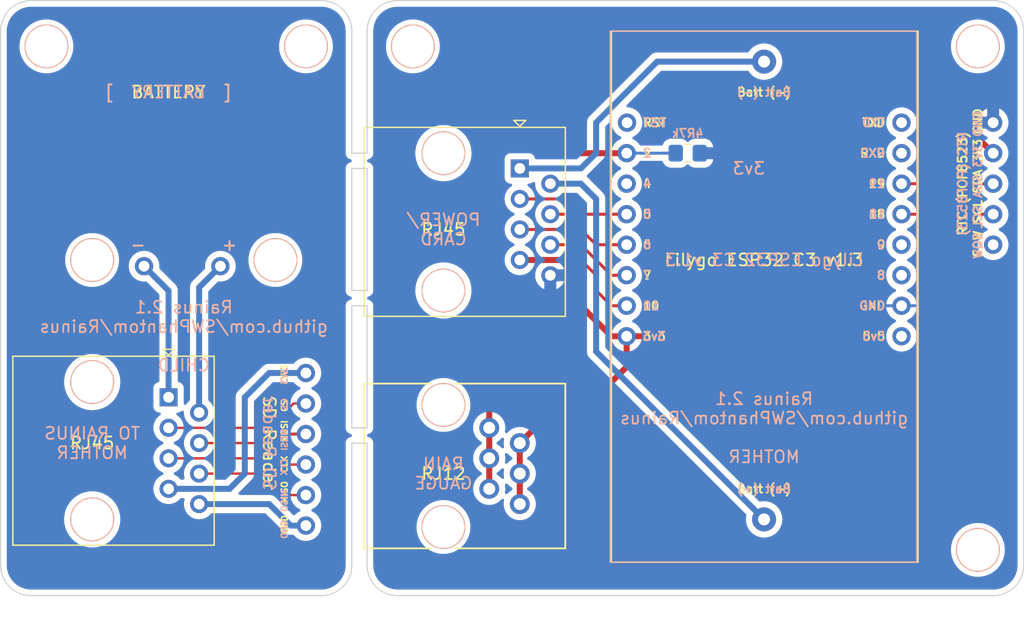
<source format=kicad_pcb>
(kicad_pcb (version 20211014) (generator pcbnew)
  (layers (0 "F.Cu" signal) (31 "B.Cu" signal) (34 "B.Paste" user) (35 "F.Paste" user) (36 "B.SilkS" user "B.Silkscreen") (37 "F.SilkS" user "F.Silkscreen") (38 "B.Mask" user) (39 "F.Mask" user) (44 "Edge.Cuts" user))
  (net 0 "")
  (footprint "" (layer "F.Cu") (at 120.64125 105.9275)
    (fp_text reference "" (at 0 0) (layer "F.SilkS") (effects (font (size 1.27 1.27))))
    (fp_text value "" (at 0 0) (layer "F.SilkS") (effects (font (size 1.27 1.27))))
    (pad "1" thru_hole circle (at 0 0) (size 1.524 1.524) (drill 0.9) (layers *.Cu *.Mask))
  )
  (footprint "footprints:CONN06_MOD-JACK_13P46X16P5_ASM" (layer "F.Cu") (at 138.43 104.14 90)
    (fp_text reference "REF**" hide)
    (fp_text value "CONN06_MOD-JACK_13P46X16P5_ASM")
    (fp_line (start -3.683 -12.976999) (end -3.683 -7.390225) (layer "F.SilkS") (width 0.1524))
    (fp_line (start -3.683 -5.309775) (end -3.683 3.787) (layer "F.SilkS") (width 0.1524))
    (fp_line (start 10.033 -12.976999) (end -3.683 -12.976999) (layer "F.SilkS") (width 0.1524))
    (fp_line (start 10.033 -7.390225) (end 10.033 -12.976999) (layer "F.SilkS") (width 0.1524))
    (fp_line (start -3.683 3.787) (end 10.033 3.787) (layer "F.SilkS") (width 0.1524))
    (fp_line (start 10.033 3.787) (end 10.033 -5.309775) (layer "F.SilkS") (width 0.1524))
    (pad "" np_thru_hole circle (at 8.255 -6.35) (size 3.65 3.65) (drill 3.45) (layers *.Cu *.SilkS *.Mask))
    (pad "" np_thru_hole circle (at -1.905 -6.35) (size 3.65 3.65) (drill 3.45) (layers *.Cu *.SilkS *.Mask))
    (pad "1" thru_hole circle (at 0 0 90) (size 1.651 1.651) (drill 1) (layers *.Cu *.Mask))
    (pad "2" thru_hole circle (at 1.27 -2.54 90) (size 1.651 1.651) (drill 1) (layers *.Cu *.Mask))
    (pad "3" thru_hole circle (at 2.54 0 90) (size 1.651 1.651) (drill 1) (layers *.Cu *.Mask))
    (pad "4" thru_hole circle (at 3.81 -2.54 90) (size 1.651 1.651) (drill 1) (layers *.Cu *.Mask))
    (pad "5" thru_hole circle (at 5.08 0 90) (size 1.651 1.651) (drill 1) (layers *.Cu *.Mask))
    (pad "6" thru_hole circle (at 6.35 -2.54 90) (size 1.651 1.651) (drill 1) (layers *.Cu *.Mask))
  )
  (footprint "clipboard:50623dbf-b44d-46ed-9fa6-c707c9688e8f" (layer "F.Cu") (at 99.06 66.04)
    (fp_text reference "" (at 0 0) (layer "F.SilkS") (effects (font (size 1.27 1.27))))
    (fp_text value "" (at 0 0) (layer "F.SilkS") (effects (font (size 1.27 1.27))))
    (pad "" np_thru_hole circle (at 0 0 270) (size 3.65 3.65) (drill 3.45) (layers *.Cu *.SilkS *.Mask))
  )
  (footprint "" (layer "F.Cu") (at 120.64125 98.3075)
    (fp_text reference "" (at 0 0) (layer "F.SilkS") (effects (font (size 1.27 1.27))))
    (fp_text value "" (at 0 0) (layer "F.SilkS") (effects (font (size 1.27 1.27))))
    (pad "1" thru_hole circle (at 0 0) (size 1.524 1.524) (drill 0.9) (layers *.Cu *.Mask))
  )
  (footprint "" (layer "F.Cu") (at 177.8 72.39)
    (fp_text reference "" (at 0 0) (layer "F.SilkS") (effects (font (size 1.27 1.27))))
    (fp_text value "" (at 0 0) (layer "F.SilkS") (effects (font (size 1.27 1.27))))
    (pad "1" thru_hole circle (at 0 0) (size 1.524 1.524) (drill 0.9) (layers *.Cu *.Mask))
  )
  (footprint "clipboard:50623dbf-b44d-46ed-9fa6-c707c9688e8f" (layer "F.Cu") (at 176.53 66.04)
    (fp_text reference "" (at 0 0) (layer "F.SilkS") (effects (font (size 1.27 1.27))))
    (fp_text value "" (at 0 0) (layer "F.SilkS") (effects (font (size 1.27 1.27))))
    (pad "" np_thru_hole circle (at 0 0 270) (size 3.65 3.65) (drill 3.45) (layers *.Cu *.SilkS *.Mask))
  )
  (footprint "clipboard:50623dbf-b44d-46ed-9fa6-c707c9688e8f" (layer "F.Cu") (at 176.53 107.95)
    (fp_text reference "" (at 0 0) (layer "F.SilkS") (effects (font (size 1.27 1.27))))
    (fp_text value "" (at 0 0) (layer "F.SilkS") (effects (font (size 1.27 1.27))))
    (pad "" np_thru_hole circle (at 0 0 270) (size 3.65 3.65) (drill 3.45) (layers *.Cu *.SilkS *.Mask))
  )
  (footprint "" (layer "F.Cu") (at 120.64125 93.2275)
    (fp_text reference "" (at 0 0) (layer "F.SilkS") (effects (font (size 1.27 1.27))))
    (fp_text value "" (at 0 0) (layer "F.SilkS") (effects (font (size 1.27 1.27))))
    (pad "1" thru_hole circle (at 0 0) (size 1.524 1.524) (drill 0.9) (layers *.Cu *.Mask))
  )
  (footprint "clipboard:50623dbf-b44d-46ed-9fa6-c707c9688e8f" (layer "F.Cu") (at 118.11 83.82)
    (fp_text reference "" (at 0 0) (layer "F.SilkS") (effects (font (size 1.27 1.27))))
    (fp_text value "" (at 0 0) (layer "F.SilkS") (effects (font (size 1.27 1.27))))
    (pad "" np_thru_hole circle (at 0 0 270) (size 3.65 3.65) (drill 3.45) (layers *.Cu *.SilkS *.Mask))
  )
  (footprint "" (layer "F.Cu") (at 177.8 77.47)
    (fp_text reference "" (at 0 0) (layer "F.SilkS") (effects (font (size 1.27 1.27))))
    (fp_text value "" (at 0 0) (layer "F.SilkS") (effects (font (size 1.27 1.27))))
    (pad "1" thru_hole circle (at 0 0) (size 1.524 1.524) (drill 0.9) (layers *.Cu *.Mask))
  )
  (footprint "" (layer "F.Cu") (at 120.64125 103.3875)
    (fp_text reference "" (at 0 0) (layer "F.SilkS") (effects (font (size 1.27 1.27))))
    (fp_text value "" (at 0 0) (layer "F.SilkS") (effects (font (size 1.27 1.27))))
    (pad "1" thru_hole circle (at 0 0) (size 1.524 1.524) (drill 0.9) (layers *.Cu *.Mask))
  )
  (footprint "Connector_RJ:RJ45_OST_PJ012-8P8CX_Vertical" (layer "F.Cu") (at 138.43 76.2 -90)
    (fp_text reference "REF**" hide)
    (fp_text value "RJ45_OST_PJ012-8P8CX_Vertical")
    (fp_line (start -4 0.5) (end -3.5 0) (layer "F.SilkS") (width 0.12))
    (fp_line (start 12.31 12.95) (end -3.42 12.95) (layer "F.SilkS") (width 0.12))
    (fp_line (start -3.5 0) (end -4 -0.5) (layer "F.SilkS") (width 0.12))
    (fp_line (start -3.42 -3.79) (end -3.42 12.95) (layer "F.SilkS") (width 0.12))
    (fp_line (start 12.31 -3.79) (end 12.31 12.95) (layer "F.SilkS") (width 0.12))
    (fp_line (start 12.3 -3.79) (end -3.42 -3.79) (layer "F.SilkS") (width 0.12))
    (fp_line (start -4 -0.5) (end -4 0.5) (layer "F.SilkS") (width 0.12))
    (pad "" np_thru_hole circle (at 10.16 6.35 270) (size 3.65 3.65) (drill 3.45) (layers *.Cu *.SilkS *.Mask))
    (pad "" np_thru_hole circle (at -1.27 6.35 270) (size 3.65 3.65) (drill 3.45) (layers F&B.Cu *.SilkS *.Mask))
    (pad "1" thru_hole rect (at 0 0 270) (size 1.5 1.5) (drill 0.9) (layers *.Cu *.Mask))
    (pad "2" thru_hole circle (at 1.27 -2.54 270) (size 1.5 1.5) (drill 0.9) (layers *.Cu *.Mask))
    (pad "3" thru_hole circle (at 2.54 0 270) (size 1.5 1.5) (drill 0.9) (layers *.Cu *.Mask))
    (pad "4" thru_hole circle (at 3.81 -2.54 270) (size 1.5 1.5) (drill 0.9) (layers *.Cu *.Mask))
    (pad "5" thru_hole circle (at 5.08 0 270) (size 1.5 1.5) (drill 0.9) (layers *.Cu *.Mask))
    (pad "6" thru_hole circle (at 6.35 -2.54 270) (size 1.5 1.5) (drill 0.9) (layers *.Cu *.Mask))
    (pad "7" thru_hole circle (at 7.62 0 270) (size 1.5 1.5) (drill 0.9) (layers *.Cu *.Mask))
    (pad "8" thru_hole circle (at 8.89 -2.54 270) (size 1.5 1.5) (drill 0.9) (layers *.Cu *.Mask))
  )
  (footprint "" (layer "F.Cu") (at 177.8 80.01)
    (fp_text reference "" (at 0 0) (layer "F.SilkS") (effects (font (size 1.27 1.27))))
    (fp_text value "" (at 0 0) (layer "F.SilkS") (effects (font (size 1.27 1.27))))
    (pad "1" thru_hole circle (at 0 0) (size 1.524 1.524) (drill 0.9) (layers *.Cu *.Mask))
  )
  (footprint "clipboard:50623dbf-b44d-46ed-9fa6-c707c9688e8f" (layer "F.Cu") (at 102.87 83.82)
    (fp_text reference "" (at 0 0) (layer "F.SilkS") (effects (font (size 1.27 1.27))))
    (fp_text value "" (at 0 0) (layer "F.SilkS") (effects (font (size 1.27 1.27))))
    (pad "" np_thru_hole circle (at 0 0 270) (size 3.65 3.65) (drill 3.45) (layers *.Cu *.SilkS *.Mask))
  )
  (footprint "clipboard:50623dbf-b44d-46ed-9fa6-c707c9688e8f" (layer "F.Cu") (at 120.65 66.04)
    (fp_text reference "" (at 0 0) (layer "F.SilkS") (effects (font (size 1.27 1.27))))
    (fp_text value "" (at 0 0) (layer "F.SilkS") (effects (font (size 1.27 1.27))))
    (pad "" np_thru_hole circle (at 0 0 270) (size 3.65 3.65) (drill 3.45) (layers *.Cu *.SilkS *.Mask))
  )
  (footprint "Resistor_SMD:R_0805_2012Metric_Pad1.20x1.40mm_HandSolder" (layer "F.Cu") (at 152.4 74.93)
    (fp_text reference "4R7k" (at 0 -1.65) (layer "B.SilkS") (effects (font (size 0.7 0.7)) (justify mirror)))
    (fp_text value "R_0805_2012Metric_Pad1.20x1.40mm_HandSolder")
    (fp_line (start -0.227064 0.735) (end 0.227064 0.735) (layer "F.SilkS") (width 0.12))
    (fp_line (start -0.227064 -0.735) (end 0.227064 -0.735) (layer "F.SilkS") (width 0.12))
    (pad "1" smd roundrect (at -1 0) (size 1.2 1.4) (layers "B.Cu" "B.Mask") (roundrect_rratio 0.2083333333))
    (pad "2" smd roundrect (at 1 0) (size 1.2 1.4) (layers "B.Cu" "B.Mask") (roundrect_rratio 0.2083333333))
  )
  (footprint "" (layer "F.Cu") (at 107.18 84.3375)
    (fp_text reference "" (at 0 0) (layer "F.SilkS") (effects (font (size 1.27 1.27))))
    (fp_text value "" (at 0 0) (layer "F.SilkS") (effects (font (size 1.27 1.27))))
    (pad "1" thru_hole circle (at 0 0) (size 1.524 1.524) (drill 0.9) (layers *.Cu *.Mask))
  )
  (footprint "" (layer "F.Cu") (at 120.64125 100.8475)
    (fp_text reference "" (at 0 0) (layer "F.SilkS") (effects (font (size 1.27 1.27))))
    (fp_text value "" (at 0 0) (layer "F.SilkS") (effects (font (size 1.27 1.27))))
    (pad "1" thru_hole circle (at 0 0) (size 1.524 1.524) (drill 0.9) (layers *.Cu *.Mask))
  )
  (footprint "Espressif:esp32-c3-lilygo" (layer "F.Cu") (at 146.05 64.77)
    (fp_text reference "REF**" hide)
    (fp_text value "esp32-c3-lilygo")
    (fp_text user "19" (at 22.86 12.7 unlocked) (layer "B.SilkS") (effects (font (size 0.7 0.7)) (justify left mirror)))
    (fp_text user "4" (at 2.54 12.7 unlocked) (layer "B.SilkS") (effects (font (size 0.7 0.7)) (justify right mirror)))
    (fp_text user "6" (at 2.54 17.78 unlocked) (layer "B.SilkS") (effects (font (size 0.7 0.7)) (justify right mirror)))
    (fp_text user "8" (at 22.86 20.32 unlocked) (layer "B.SilkS") (effects (font (size 0.7 0.7)) (justify left mirror)))
    (fp_text user "3v3" (at 2.54 25.4 unlocked) (layer "B.SilkS") (effects (font (size 0.7 0.7)) (justify right mirror)))
    (fp_text user "RXD" (at 22.86 10.16 unlocked) (layer "B.SilkS") (effects (font (size 0.7 0.7)) (justify left mirror)))
    (fp_text user "Batt (-)" (at 12.7 5.08 unlocked) (layer "B.SilkS") (effects (font (size 0.7 0.7)) (justify mirror)))
    (fp_text user "5" (at 2.54 15.24 unlocked) (layer "B.SilkS") (effects (font (size 0.7 0.7)) (justify right mirror)))
    (fp_text user "2" (at 2.54 10.16 unlocked) (layer "B.SilkS") (effects (font (size 0.7 0.7)) (justify right mirror)))
    (fp_text user "10" (at 2.54 22.86 unlocked) (layer "B.SilkS") (effects (font (size 0.7 0.7)) (justify right mirror)))
    (fp_text user "7" (at 2.54 20.32 unlocked) (layer "B.SilkS") (effects (font (size 0.7 0.7)) (justify right mirror)))
    (fp_text user "TXD" (at 22.86 7.62 unlocked) (layer "B.SilkS") (effects (font (size 0.7 0.7)) (justify left mirror)))
    (fp_text user "9" (at 22.86 17.78 unlocked) (layer "B.SilkS") (effects (font (size 0.7 0.7)) (justify left mirror)))
    (fp_text user "GND" (at 22.86 22.86 unlocked) (layer "B.SilkS") (effects (font (size 0.7 0.7)) (justify left mirror)))
    (fp_text user "Batt (+)" (at 12.7 38.1 unlocked) (layer "B.SilkS") (effects (font (size 0.7 0.7)) (justify mirror)))
    (fp_text user "RST" (at 2.54 7.62 unlocked) (layer "B.SilkS") (effects (font (size 0.7 0.7)) (justify right mirror)))
    (fp_text user "18" (at 22.86 15.24 unlocked) (layer "B.SilkS") (effects (font (size 0.7 0.7)) (justify left mirror)))
    (fp_text user "5v5" (at 22.86 25.4 unlocked) (layer "B.SilkS") (effects (font (size 0.7 0.7)) (justify left mirror)))
    (fp_text user "2" (at 2.54 10.16 unlocked) (layer "F.SilkS") (effects (font (size 0.7 0.7)) (justify left)))
    (fp_text user "7" (at 2.54 20.32 unlocked) (layer "F.SilkS") (effects (font (size 0.7 0.7)) (justify left)))
    (fp_text user "Batt (+)" (at 12.7 38.1 unlocked) (layer "F.SilkS") (effects (font (size 0.7 0.7))))
    (fp_text user "5v5" (at 22.86 25.4 unlocked) (layer "F.SilkS") (effects (font (size 0.7 0.7)) (justify right)))
    (fp_text user "19" (at 22.86 12.7 unlocked) (layer "F.SilkS") (effects (font (size 0.7 0.7)) (justify right)))
    (fp_text user "3v3" (at 2.54 25.4 unlocked) (layer "F.SilkS") (effects (font (size 0.7 0.7)) (justify left)))
    (fp_text user "18" (at 22.86 15.24 unlocked) (layer "F.SilkS") (effects (font (size 0.7 0.7)) (justify right)))
    (fp_text user "RST" (at 2.54 7.62 unlocked) (layer "F.SilkS") (effects (font (size 0.7 0.7)) (justify left)))
    (fp_text user "6" (at 2.54 17.78 unlocked) (layer "F.SilkS") (effects (font (size 0.7 0.7)) (justify left)))
    (fp_text user "4" (at 2.54 12.7 unlocked) (layer "F.SilkS") (effects (font (size 0.7 0.7)) (justify left)))
    (fp_text user "5" (at 2.54 15.24 unlocked) (layer "F.SilkS") (effects (font (size 0.7 0.7)) (justify left)))
    (fp_text user "10" (at 2.54 22.86 unlocked) (layer "F.SilkS") (effects (font (size 0.7 0.7)) (justify left)))
    (fp_text user "Batt (-)" (at 12.7 5.08 unlocked) (layer "F.SilkS") (effects (font (size 0.7 0.7))))
    (fp_text user "TXD" (at 22.86 7.62 unlocked) (layer "F.SilkS") (effects (font (size 0.7 0.7)) (justify right)))
    (fp_text user "8" (at 22.86 20.32 unlocked) (layer "F.SilkS") (effects (font (size 0.7 0.7)) (justify right)))
    (fp_text user "9" (at 22.86 17.78 unlocked) (layer "F.SilkS") (effects (font (size 0.7 0.7)) (justify right)))
    (fp_text user "RXD" (at 22.86 10.16 unlocked) (layer "F.SilkS") (effects (font (size 0.7 0.7)) (justify right)))
    (fp_text user "GND" (at 22.86 22.86 unlocked) (layer "F.SilkS") (effects (font (size 0.7 0.7)) (justify right)))
    (fp_rect (start -0.1 0) (end 25.4 44.2) (layer "B.SilkS") (width 0.12) (fill none))
    (fp_rect (start 0 0) (end 25.5 44.2) (layer "F.SilkS") (width 0.12) (fill none))
    (pad "+" thru_hole circle (at 12.7 40.64) (size 2 2) (drill 1) (layers *.Cu *.Mask))
    (pad "-" thru_hole circle (at 12.7 2.54) (size 2 2) (drill 1) (layers *.Cu *.Mask))
    (pad "2" thru_hole circle (at 1.27 10.16) (size 1.524 1.524) (drill 0.9) (layers *.Cu *.Mask))
    (pad "3v3" thru_hole circle (at 1.27 25.4) (size 1.524 1.524) (drill 0.9) (layers *.Cu *.Mask))
    (pad "4" thru_hole circle (at 1.27 12.7) (size 1.524 1.524) (drill 0.9) (layers *.Cu *.Mask))
    (pad "5" thru_hole circle (at 1.27 15.24) (size 1.524 1.524) (drill 0.9) (layers *.Cu *.Mask))
    (pad "5v5" thru_hole circle (at 24.13 25.4) (size 1.524 1.524) (drill 0.9) (layers *.Cu *.Mask))
    (pad "6" thru_hole circle (at 1.27 17.78) (size 1.524 1.524) (drill 0.9) (layers *.Cu *.Mask))
    (pad "7" thru_hole circle (at 1.27 20.32) (size 1.524 1.524) (drill 0.9) (layers *.Cu *.Mask))
    (pad "8" thru_hole circle (at 24.13 20.32) (size 1.524 1.524) (drill 0.9) (layers *.Cu *.Mask))
    (pad "9" thru_hole circle (at 24.13 17.78) (size 1.524 1.524) (drill 0.9) (layers *.Cu *.Mask))
    (pad "10" thru_hole circle (at 1.27 22.86) (size 1.524 1.524) (drill 0.9) (layers *.Cu *.Mask))
    (pad "18" thru_hole circle (at 24.13 15.24) (size 1.524 1.524) (drill 0.9) (layers *.Cu *.Mask))
    (pad "19" thru_hole circle (at 24.13 12.7) (size 1.524 1.524) (drill 0.9) (layers *.Cu *.Mask))
    (pad "GND" thru_hole circle (at 24.13 22.86) (size 1.524 1.524) (drill 0.9) (layers *.Cu *.Mask))
    (pad "RST" thru_hole oval (at 1.3 7.62) (size 1.524 1.524) (drill 0.9) (layers *.Cu *.Mask))
    (pad "RXD" thru_hole circle (at 24.13 10.16) (size 1.524 1.524) (drill 0.9) (layers *.Cu *.Mask))
    (pad "TXD" thru_hole oval (at 24.13 7.62) (size 1.524 1.524) (drill 0.9) (layers *.Cu *.Mask))
  )
  (footprint "" (layer "F.Cu") (at 177.8 82.55)
    (fp_text reference "" (at 0 0) (layer "F.SilkS") (effects (font (size 1.27 1.27))))
    (fp_text value "" (at 0 0) (layer "F.SilkS") (effects (font (size 1.27 1.27))))
    (pad "1" thru_hole circle (at 0 0) (size 1.524 1.524) (drill 0.9) (layers *.Cu *.Mask))
  )
  (footprint "Connector_RJ:RJ45_OST_PJ012-8P8CX_Vertical" (layer "F.Cu") (at 109.22 95.25 -90)
    (fp_text reference "REF**" hide)
    (fp_text value "RJ45_OST_PJ012-8P8CX_Vertical")
    (fp_line (start -4 -0.5) (end -4 0.5) (layer "F.SilkS") (width 0.12))
    (fp_line (start -3.42 -3.79) (end -3.42 12.95) (layer "F.SilkS") (width 0.12))
    (fp_line (start 12.31 -3.79) (end 12.31 12.95) (layer "F.SilkS") (width 0.12))
    (fp_line (start -3.5 0) (end -4 -0.5) (layer "F.SilkS") (width 0.12))
    (fp_line (start 12.31 12.95) (end -3.42 12.95) (layer "F.SilkS") (width 0.12))
    (fp_line (start 12.3 -3.79) (end -3.42 -3.79) (layer "F.SilkS") (width 0.12))
    (fp_line (start -4 0.5) (end -3.5 0) (layer "F.SilkS") (width 0.12))
    (pad "" np_thru_hole circle (at 10.16 6.35 270) (size 3.65 3.65) (drill 3.45) (layers *.Cu *.SilkS *.Mask))
    (pad "" np_thru_hole circle (at -1.27 6.35 270) (size 3.65 3.65) (drill 3.45) (layers *.Cu *.SilkS *.Mask))
    (pad "1" thru_hole rect (at 0 0 270) (size 1.5 1.5) (drill 0.9) (layers *.Cu *.Mask))
    (pad "2" thru_hole circle (at 1.27 -2.54 270) (size 1.5 1.5) (drill 0.9) (layers *.Cu *.Mask))
    (pad "3" thru_hole circle (at 2.54 0 270) (size 1.5 1.5) (drill 0.9) (layers *.Cu *.Mask))
    (pad "4" thru_hole circle (at 3.81 -2.54 270) (size 1.5 1.5) (drill 0.9) (layers *.Cu *.Mask))
    (pad "5" thru_hole circle (at 5.08 0 270) (size 1.5 1.5) (drill 0.9) (layers *.Cu *.Mask))
    (pad "6" thru_hole circle (at 6.35 -2.54 270) (size 1.5 1.5) (drill 0.9) (layers *.Cu *.Mask))
    (pad "7" thru_hole circle (at 7.62 0 270) (size 1.5 1.5) (drill 0.9) (layers *.Cu *.Mask))
    (pad "8" thru_hole circle (at 8.89 -2.54 270) (size 1.5 1.5) (drill 0.9) (layers *.Cu *.Mask))
  )
  (footprint "" (layer "F.Cu") (at 113.53 84.3375)
    (fp_text reference "" (at 0 0) (layer "F.SilkS") (effects (font (size 1.27 1.27))))
    (fp_text value "" (at 0 0) (layer "F.SilkS") (effects (font (size 1.27 1.27))))
    (pad "1" thru_hole circle (at 0 0) (size 1.524 1.524) (drill 0.9) (layers *.Cu *.Mask))
  )
  (footprint "" (layer "F.Cu") (at 120.64125 95.7675)
    (fp_text reference "" (at 0 0) (layer "F.SilkS") (effects (font (size 1.27 1.27))))
    (fp_text value "" (at 0 0) (layer "F.SilkS") (effects (font (size 1.27 1.27))))
    (pad "1" thru_hole circle (at 0 0) (size 1.524 1.524) (drill 0.9) (layers *.Cu *.Mask))
  )
  (footprint "clipboard:50623dbf-b44d-46ed-9fa6-c707c9688e8f" (layer "F.Cu") (at 129.54 66.04)
    (fp_text reference "" (at 0 0) (layer "F.SilkS") (effects (font (size 1.27 1.27))))
    (fp_text value "" (at 0 0) (layer "F.SilkS") (effects (font (size 1.27 1.27))))
    (pad "" np_thru_hole circle (at 0 0 270) (size 3.65 3.65) (drill 3.45) (layers *.Cu *.SilkS *.Mask))
  )
  (footprint "" (layer "F.Cu") (at 177.8 74.93)
    (fp_text reference "" (at 0 0) (layer "F.SilkS") (effects (font (size 1.27 1.27))))
    (fp_text value "" (at 0 0) (layer "F.SilkS") (effects (font (size 1.27 1.27))))
    (pad "1" thru_hole circle (at 0 0) (size 1.524 1.524) (drill 0.9) (layers *.Cu *.Mask))
  )
  (gr_line (start 124.46 109.22) (end 124.46 99.06) (layer "Edge.Cuts") (width 0.1))
  (gr_line (start 125.73 64.77) (end 125.73 74.93) (layer "Edge.Cuts") (width 0.1))
  (gr_line (start 95.25 64.77) (end 95.25 109.22) (layer "Edge.Cuts") (width 0.1))
  (gr_line (start 124.46 99.06) (end 125.73 99.06) (layer "Edge.Cuts") (width 0.1))
  (gr_line (start 124.46 74.93) (end 125.73 74.93) (layer "Edge.Cuts") (width 0.1))
  (gr_line (start 177.8 62.23) (end 128.27 62.23) (layer "Edge.Cuts") (width 0.1))
  (gr_arc (start 121.92 62.23) (mid 123.716051 62.973949) (end 124.46 64.77) (layer "Edge.Cuts") (width 0.1))
  (gr_line (start 125.73 86.36) (end 125.73 76.2) (layer "Edge.Cuts") (width 0.1))
  (gr_arc (start 177.8 62.23) (mid 179.596051 62.973949) (end 180.34 64.77) (layer "Edge.Cuts") (width 0.1))
  (gr_arc (start 125.73 64.77) (mid 126.473949 62.973949) (end 128.27 62.23) (layer "Edge.Cuts") (width 0.1))
  (gr_line (start 180.34 109.22) (end 180.34 64.77) (layer "Edge.Cuts") (width 0.1))
  (gr_line (start 124.46 64.77) (end 124.46 74.93) (layer "Edge.Cuts") (width 0.1))
  (gr_line (start 124.46 87.63) (end 125.73 87.63) (layer "Edge.Cuts") (width 0.1))
  (gr_arc (start 180.34 109.22) (mid 179.596051 111.016051) (end 177.8 111.76) (layer "Edge.Cuts") (width 0.1))
  (gr_line (start 124.46 86.36) (end 125.73 86.36) (layer "Edge.Cuts") (width 0.1))
  (gr_line (start 124.46 97.79) (end 124.46 87.63) (layer "Edge.Cuts") (width 0.1))
  (gr_arc (start 95.25 64.77) (mid 95.993949 62.973949) (end 97.79 62.23) (layer "Edge.Cuts") (width 0.1))
  (gr_line (start 125.73 97.79) (end 124.46 97.79) (layer "Edge.Cuts") (width 0.1))
  (gr_line (start 121.92 62.23) (end 97.79 62.23) (layer "Edge.Cuts") (width 0.1))
  (gr_line (start 97.79 111.76) (end 121.92 111.76) (layer "Edge.Cuts") (width 0.1))
  (gr_arc (start 124.46 109.22) (mid 123.716051 111.016051) (end 121.92 111.76) (layer "Edge.Cuts") (width 0.1))
  (gr_arc (start 97.79 111.76) (mid 95.993949 111.016051) (end 95.25 109.22) (layer "Edge.Cuts") (width 0.1))
  (gr_line (start 125.73 99.06) (end 125.73 109.22) (layer "Edge.Cuts") (width 0.1))
  (gr_line (start 177.8 111.76) (end 128.27 111.76) (layer "Edge.Cuts") (width 0.1))
  (gr_line (start 125.73 76.2) (end 124.46 76.2) (layer "Edge.Cuts") (width 0.1))
  (gr_line (start 125.73 87.63) (end 125.73 97.79) (layer "Edge.Cuts") (width 0.1))
  (gr_line (start 124.46 76.2) (end 124.46 86.36) (layer "Edge.Cuts") (width 0.1))
  (gr_arc (start 128.27 111.76) (mid 126.473949 111.016051) (end 125.73 109.22) (layer "Edge.Cuts") (width 0.1))
  (gr_text "-" (at 106.67125 82.55) (layer "B.SilkS") (effects (font (size 1 1)) (justify mirror)))
  (gr_text "SCL" (at 176.53 81.28 90) (layer "B.SilkS") (effects (font (size 0.7 0.7)) (justify right mirror)))
  (gr_text "Rainus 2.1\ngithub.com/SWPhantom/Rainus\n\nCHILD" (at 110.48125 90.17) (layer "B.SilkS") (effects (font (size 1 1)) (justify mirror)))
  (gr_text "CLK" (at 118.832209 100.269537 90) (layer "B.SilkS") (effects (font (size 0.5 0.5) (thickness 0.125)) (justify left mirror)))
  (gr_text "RAIN\nGAUGE" (at 132.08 101.6) (layer "B.SilkS") (effects (font (size 1 1)) (justify mirror)))
  (gr_text "MISO" (at 118.8625 102.87 90) (layer "B.SilkS") (effects (font (size 0.5 0.5) (thickness 0.125)) (justify left mirror)))
  (gr_text "SQW" (at 176.53 83.82 90) (layer "B.SilkS") (effects (font (size 0.7 0.7)) (justify right mirror)))
  (gr_text "CS" (at 118.8625 95.25 90) (layer "B.SilkS") (effects (font (size 0.5 0.5) (thickness 0.125)) (justify left mirror)))
  (gr_text "TO RAINUS\nMOTHER" (at 102.87 99.06) (layer "B.SilkS") (effects (font (size 1 1)) (justify mirror)))
  (gr_text "RTC (PCF8523)" (at 175.26 77.47 90) (layer "B.SilkS") (effects (font (size 0.75 0.75)) (justify mirror)))
  (gr_text "SD Reader" (at 117.5925 99.06 -90) (layer "B.SilkS") (effects (font (size 1 1)) (justify mirror)))
  (gr_text "SDA" (at 176.53 78.74 90) (layer "B.SilkS") (effects (font (size 0.7 0.7)) (justify right mirror)))
  (gr_text "POWER/\nCARD" (at 132.08 81.28) (layer "B.SilkS") (effects (font (size 1 1)) (justify mirror)))
  (gr_text "MOSI" (at 118.8625 97.79 90) (layer "B.SilkS") (effects (font (size 0.5 0.5) (thickness 0.125)) (justify left mirror)))
  (gr_text "3v3" (at 157.48 76.2) (layer "B.SilkS") (effects (font (size 1 1)) (justify mirror)))
  (gr_text "GND" (at 176.53 73.66 90) (layer "B.SilkS") (effects (font (size 0.7 0.7)) (justify right mirror)))
  (gr_text "3V3" (at 176.53 76.2 90) (layer "B.SilkS") (effects (font (size 0.7 0.7)) (justify right mirror)))
  (gr_text "3V3" (at 118.8625 92.71 90) (layer "B.SilkS") (effects (font (size 0.5 0.5) (thickness 0.125)) (justify left mirror)))
  (gr_text "Lilygo ESP32 C3 v1.3" (at 158.75 83.82) (layer "B.SilkS") (effects (font (size 1 1)) (justify mirror)))
  (gr_text "GND" (at 118.8625 105.41 90) (layer "B.SilkS") (effects (font (size 0.5 0.5) (thickness 0.125)) (justify left mirror)))
  (gr_text "+" (at 114.29125 82.55) (layer "B.SilkS") (effects (font (size 1 1)) (justify mirror)))
  (gr_text "Rainus 2.1\ngithub.com/SWPhantom/Rainus\n\nMOTHER" (at 158.75 97.79) (layer "B.SilkS") (effects (font (size 1 1)) (justify mirror)))
  (gr_text "[  BATTERY  ]" (at 109.21125 69.85) (layer "B.SilkS") (effects (font (size 1 1)) (justify mirror)))
  (gr_text "CS" (at 118.8625 96.52 90) (layer "F.SilkS") (effects (font (size 0.5 0.5) (thickness 0.125)) (justify left)))
  (gr_text "GND" (at 118.8625 106.68 90) (layer "F.SilkS") (effects (font (size 0.5 0.5) (thickness 0.125)) (justify left)))
  (gr_text "MISO" (at 118.8625 104.14 90) (layer "F.SilkS") (effects (font (size 0.5 0.5) (thickness 0.125)) (justify left)))
  (gr_text "RTC (PCF8523)" (at 175.26 77.47 90) (layer "F.SilkS") (effects (font (size 0.75 0.75))))
  (gr_text "3V3" (at 176.53 73.66 90) (layer "F.SilkS") (effects (font (size 0.7 0.7)) (justify right)))
  (gr_text "CLK" (at 118.8625 101.6 90) (layer "F.SilkS") (effects (font (size 0.5 0.5) (thickness 0.125)) (justify left)))
  (gr_text "[  BATTERY  ]" (at 109.21125 69.85) (layer "F.SilkS") (effects (font (size 1 1))))
  (gr_text "RJ45" (at 132.08 81.28) (layer "F.SilkS") (effects (font (size 1 1))))
  (gr_text "3V3" (at 118.8625 93.98 90) (layer "F.SilkS") (effects (font (size 0.5 0.5) (thickness 0.125)) (justify left)))
  (gr_text "GND" (at 176.53 71.12 90) (layer "F.SilkS") (effects (font (size 0.7 0.7)) (justify right)))
  (gr_text "SDA" (at 176.53 76.2 90) (layer "F.SilkS") (effects (font (size 0.7 0.7)) (justify right)))
  (gr_text "MOSI" (at 118.8625 99.06 90) (layer "F.SilkS") (effects (font (size 0.5 0.5) (thickness 0.125)) (justify left)))
  (gr_text "SD Reader" (at 117.5925 99.06 -90) (layer "F.SilkS") (effects (font (size 1 1))))
  (gr_text "Lilygo ESP32 C3 v1.3" (at 158.75 83.82) (layer "F.SilkS") (effects (font (size 1 1))))
  (gr_text "-" (at 106.67125 82.55) (layer "F.SilkS") (effects (font (size 1 1))))
  (gr_text "RJ12" (at 132.08 101.6) (layer "F.SilkS") (effects (font (size 1 1))))
  (gr_text "SCL" (at 176.53 78.74 90) (layer "F.SilkS") (effects (font (size 0.7 0.7)) (justify right)))
  (gr_text "RJ45" (at 102.87 99.06) (layer "F.SilkS") (effects (font (size 1 1))))
  (gr_text "SQW" (at 176.53 81.28 90) (layer "F.SilkS") (effects (font (size 0.7 0.7)) (justify right)))
  (gr_text "+" (at 114.29125 82.55) (layer "F.SilkS") (effects (font (size 1 1))))
  (segment (start 147.32 82.55) (end 144.78 82.55) (width 0.25) (layer "F.Cu") (net 0))
  (segment (start 147.32 85.09) (end 146.05 85.09) (width 0.25) (layer "F.Cu") (net 0))
  (segment (start 144.78 82.55) (end 142.24 80.01) (width 0.25) (layer "F.Cu") (net 0))
  (segment (start 138.43 101.6) (end 138.43 99.06) (width 0.5) (layer "F.Cu") (net 0))
  (segment (start 146.05 85.09) (end 142.24 81.28) (width 0.25) (layer "F.Cu") (net 0))
  (segment (start 142.24 95.25) (end 144.78 95.25) (width 0.5) (layer "F.Cu") (net 0))
  (segment (start 117.5925 99.06) (end 111.76 99.06) (width 0.2) (layer "F.Cu") (net 0))
  (segment (start 166.37 69.85) (end 157.48 78.74) (width 0.5) (layer "F.Cu") (net 0))
  (segment (start 137.16 73.66) (end 139.7 73.66) (width 0.5) (layer "F.Cu") (net 0))
  (segment (start 147.32 80.01) (end 143.51 80.01) (width 0.25) (layer "F.Cu") (net 0))
  (segment (start 118.11 100.8475) (end 120.64125 100.8475) (width 0.2) (layer "F.Cu") (net 0))
  (segment (start 144.78 85.09) (end 142.24 82.55) (width 0.25) (layer "F.Cu") (net 0))
  (segment (start 135.89 74.93) (end 137.16 73.66) (width 0.5) (layer "F.Cu") (net 0))
  (segment (start 143.51 85.09) (end 142.24 83.82) (width 0.5) (layer "F.Cu") (net 0))
  (segment (start 170.18 80.01) (end 177.8 80.01) (width 0.25) (layer "F.Cu") (net 0))
  (segment (start 146.05 87.63) (end 144.78 86.36) (width 0.25) (layer "F.Cu") (net 0))
  (segment (start 119.615 95.7675) (end 120.64125 95.7675) (width 0.2) (layer "F.Cu") (net 0))
  (segment (start 151.13 90.17) (end 147.32 90.17) (width 0.5) (layer "F.Cu") (net 0))
  (segment (start 118.345 98.3075) (end 120.64125 98.3075) (width 0.25) (layer "F.Cu") (net 0))
  (segment (start 177.8 74.93) (end 172.72 69.85) (width 0.5) (layer "F.Cu") (net 0))
  (segment (start 157.48 78.74) (end 157.48 83.82) (width 0.5) (layer "F.Cu") (net 0))
  (segment (start 142.24 80.01) (end 140.97 80.01) (width 0.25) (layer "F.Cu") (net 0))
  (segment (start 117.5925 97.79) (end 109.22 97.79) (width 0.2) (layer "F.Cu") (net 0))
  (segment (start 117.5925 97.79) (end 119.615 95.7675) (width 0.2) (layer "F.Cu") (net 0))
  (segment (start 144.78 86.36) (end 144.78 85.09) (width 0.25) (layer "F.Cu") (net 0))
  (segment (start 117.5925 101.6) (end 119.38 103.3875) (width 0.2) (layer "F.Cu") (net 0))
  (segment (start 143.51 87.63) (end 143.51 85.09) (width 0.5) (layer "F.Cu") (net 0))
  (segment (start 142.24 78.74) (end 138.43 78.74) (width 0.25) (layer "F.Cu") (net 0))
  (segment (start 143.51 80.01) (end 142.24 78.74) (width 0.25) (layer "F.Cu") (net 0))
  (segment (start 117.5925 100.33) (end 118.11 100.8475) (width 0.2) (layer "F.Cu") (net 0))
  (segment (start 138.43 99.06) (end 142.24 95.25) (width 0.5) (layer "F.Cu") (net 0))
  (segment (start 157.48 83.82) (end 151.13 90.17) (width 0.5) (layer "F.Cu") (net 0))
  (segment (start 117.5925 99.06) (end 118.345 98.3075) (width 0.2) (layer "F.Cu") (net 0))
  (segment (start 135.89 100.33) (end 135.89 97.79) (width 0.5) (layer "F.Cu") (net 0))
  (segment (start 172.72 69.85) (end 166.37 69.85) (width 0.5) (layer "F.Cu") (net 0))
  (segment (start 144.78 95.25) (end 147.32 92.71) (width 0.5) (layer "F.Cu") (net 0))
  (segment (start 142.24 83.82) (end 138.43 83.82) (width 0.5) (layer "F.Cu") (net 0))
  (segment (start 117.5925 101.6) (end 111.76 101.6) (width 0.2) (layer "F.Cu") (net 0))
  (segment (start 147.32 92.71) (end 147.32 90.17) (width 0.5) (layer "F.Cu") (net 0))
  (segment (start 119.38 103.3875) (end 120.64125 103.3875) (width 0.2) (layer "F.Cu") (net 0))
  (segment (start 142.24 81.28) (end 138.43 81.28) (width 0.25) (layer "F.Cu") (net 0))
  (segment (start 117.5925 100.33) (end 109.22 100.33) (width 0.2) (layer "F.Cu") (net 0))
  (segment (start 146.05 90.17) (end 143.51 87.63) (width 0.5) (layer "F.Cu") (net 0))
  (segment (start 139.7 73.66) (end 140.97 74.93) (width 0.5) (layer "F.Cu") (net 0))
  (segment (start 142.24 82.55) (end 140.97 82.55) (width 0.25) (layer "F.Cu") (net 0))
  (segment (start 170.18 77.47) (end 177.8 77.47) (width 0.25) (layer "F.Cu") (net 0))
  (segment (start 138.43 104.14) (end 138.43 101.6) (width 0.5) (layer "F.Cu") (net 0))
  (segment (start 140.97 74.93) (end 147.32 74.93) (width 0.5) (layer "F.Cu") (net 0))
  (segment (start 147.32 90.17) (end 146.05 90.17) (width 0.5) (layer "F.Cu") (net 0))
  (segment (start 135.89 102.87) (end 135.89 100.33) (width 0.5) (layer "F.Cu") (net 0))
  (segment (start 147.32 87.63) (end 146.05 87.63) (width 0.25) (layer "F.Cu") (net 0))
  (segment (start 135.89 97.79) (end 135.89 74.93) (width 0.5) (layer "F.Cu") (net 0))
  (segment (start 144.78 74.93) (end 144.78 72.39) (width 0.5) (layer "B.Cu") (net 0))
  (segment (start 113.53 84.3375) (end 111.76 86.1075) (width 0.5) (layer "B.Cu") (net 0))
  (segment (start 149.86 67.31) (end 158.75 67.31) (width 0.5) (layer "B.Cu") (net 0))
  (segment (start 144.78 78.74) (end 144.78 91.44) (width 0.5) (layer "B.Cu") (net 0))
  (segment (start 177.8 72.39) (end 177.8 71.12) (width 1) (layer "B.Cu") (net 0))
  (segment (start 143.51 77.47) (end 144.78 78.74) (width 0.5) (layer "B.Cu") (net 0))
  (segment (start 147.32 74.93) (end 151.4 74.93) (width 0.25) (layer "B.Cu") (net 0))
  (segment (start 115.56125 101.6) (end 115.56125 95.25) (width 0.5) (layer "B.Cu") (net 0))
  (segment (start 140.97 85.09) (end 142.24 85.09) (width 1) (layer "B.Cu") (net 0))
  (segment (start 153.4 74.93) (end 154.94 74.93) (width 1) (layer "B.Cu") (net 0))
  (segment (start 144.78 91.44) (end 158.75 105.41) (width 0.5) (layer "B.Cu") (net 0))
  (segment (start 138.43 76.2) (end 143.51 76.2) (width 0.5) (layer "B.Cu") (net 0))
  (segment (start 140.97 85.09) (end 140.97 86.36) (width 1) (layer "B.Cu") (net 0))
  (segment (start 177.8 72.39) (end 176.53 72.39) (width 1) (layer "B.Cu") (net 0))
  (segment (start 114.29125 102.87) (end 115.56125 101.6) (width 0.5) (layer "B.Cu") (net 0))
  (segment (start 111.76 86.1075) (end 111.76 96.52) (width 0.5) (layer "B.Cu") (net 0))
  (segment (start 117.5925 104.14) (end 119.38 105.9275) (width 0.5) (layer "B.Cu") (net 0))
  (segment (start 117.58375 93.2275) (end 120.64125 93.2275) (width 0.5) (layer "B.Cu") (net 0))
  (segment (start 140.97 77.47) (end 143.51 77.47) (width 0.5) (layer "B.Cu") (net 0))
  (segment (start 170.18 87.63) (end 168.91 87.63) (width 0.25) (layer "B.Cu") (net 0))
  (segment (start 107.18 84.3375) (end 109.22 86.3775) (width 0.5) (layer "B.Cu") (net 0))
  (segment (start 144.78 72.39) (end 149.86 67.31) (width 0.5) (layer "B.Cu") (net 0))
  (segment (start 117.5925 104.14) (end 111.76 104.14) (width 0.5) (layer "B.Cu") (net 0))
  (segment (start 115.56125 95.25) (end 117.58375 93.2275) (width 0.5) (layer "B.Cu") (net 0))
  (segment (start 119.38 105.9275) (end 120.64125 105.9275) (width 0.5) (layer "B.Cu") (net 0))
  (segment (start 170.18 87.63) (end 171.45 87.63) (width 0.25) (layer "B.Cu") (net 0))
  (segment (start 109.22 86.3775) (end 109.22 95.25) (width 0.5) (layer "B.Cu") (net 0))
  (segment (start 109.22 102.87) (end 114.29125 102.87) (width 0.5) (layer "B.Cu") (net 0))
  (segment (start 143.51 76.2) (end 144.78 74.93) (width 0.5) (layer "B.Cu") (net 0))
  (zone (net 0) (net_name "") (layer "B.Cu") (name "GND") (connect_pads (clearance 0.508)) (min_thickness 0.254) (fill yes (thermal_gap 0.508) (thermal_bridge_width 0.508))
    (polygon (pts (xy 180.34 111.76) (xy 125.73 111.76) (xy 125.73 62.23) (xy 180.34 62.23)))
  )
  (zone (net 0) (net_name "") (layer "B.Cu") (name "GND") (connect_pads (clearance 0.508)) (min_thickness 0.254) (fill yes (thermal_gap 0.508) (thermal_bridge_width 0.508))
    (polygon (pts (xy 124.46 111.76) (xy 95.25 111.76) (xy 95.25 62.23) (xy 124.46 62.23)))
  )
)
</source>
